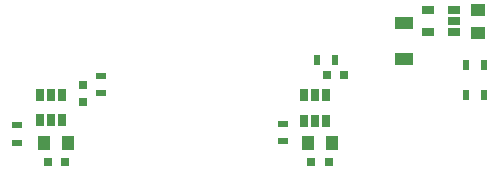
<source format=gbp>
G04 #@! TF.FileFunction,Paste,Bot*
%FSLAX46Y46*%
G04 Gerber Fmt 4.6, Leading zero omitted, Abs format (unit mm)*
G04 Created by KiCad (PCBNEW 4.0.6) date Mon Jan  8 21:03:33 2018*
%MOMM*%
%LPD*%
G01*
G04 APERTURE LIST*
%ADD10C,0.100000*%
%ADD11R,1.250000X1.000000*%
%ADD12R,1.600000X1.000000*%
%ADD13R,0.800000X0.750000*%
%ADD14R,0.750000X0.800000*%
%ADD15R,1.000000X1.250000*%
%ADD16R,0.500000X0.900000*%
%ADD17R,0.900000X0.500000*%
%ADD18R,1.060000X0.650000*%
%ADD19R,0.650000X1.060000*%
G04 APERTURE END LIST*
D10*
D11*
X104902000Y-65421000D03*
X104902000Y-67421000D03*
D12*
X98679000Y-66572000D03*
X98679000Y-69572000D03*
D13*
X92087000Y-70993000D03*
X93587000Y-70993000D03*
X92305000Y-78359000D03*
X90805000Y-78359000D03*
D14*
X71478000Y-71759000D03*
X71478000Y-73259000D03*
D13*
X69965000Y-78359000D03*
X68465000Y-78359000D03*
D15*
X92551000Y-76708000D03*
X90551000Y-76708000D03*
X70199000Y-76708000D03*
X68199000Y-76708000D03*
D16*
X105398000Y-72644000D03*
X103898000Y-72644000D03*
X105398000Y-70104000D03*
X103898000Y-70104000D03*
D17*
X88392000Y-76569000D03*
X88392000Y-75069000D03*
D16*
X91302000Y-69715000D03*
X92802000Y-69715000D03*
D17*
X65890000Y-76688000D03*
X65890000Y-75188000D03*
X73002000Y-70997000D03*
X73002000Y-72497000D03*
D18*
X102911000Y-65410000D03*
X102911000Y-66360000D03*
X102911000Y-67310000D03*
X100711000Y-67310000D03*
X100711000Y-65410000D03*
D19*
X92075000Y-74887000D03*
X91125000Y-74887000D03*
X90175000Y-74887000D03*
X90175000Y-72687000D03*
X92075000Y-72687000D03*
X91125000Y-72687000D03*
X69718000Y-74803000D03*
X68768000Y-74803000D03*
X67818000Y-74803000D03*
X67818000Y-72603000D03*
X69718000Y-72603000D03*
X68768000Y-72603000D03*
M02*

</source>
